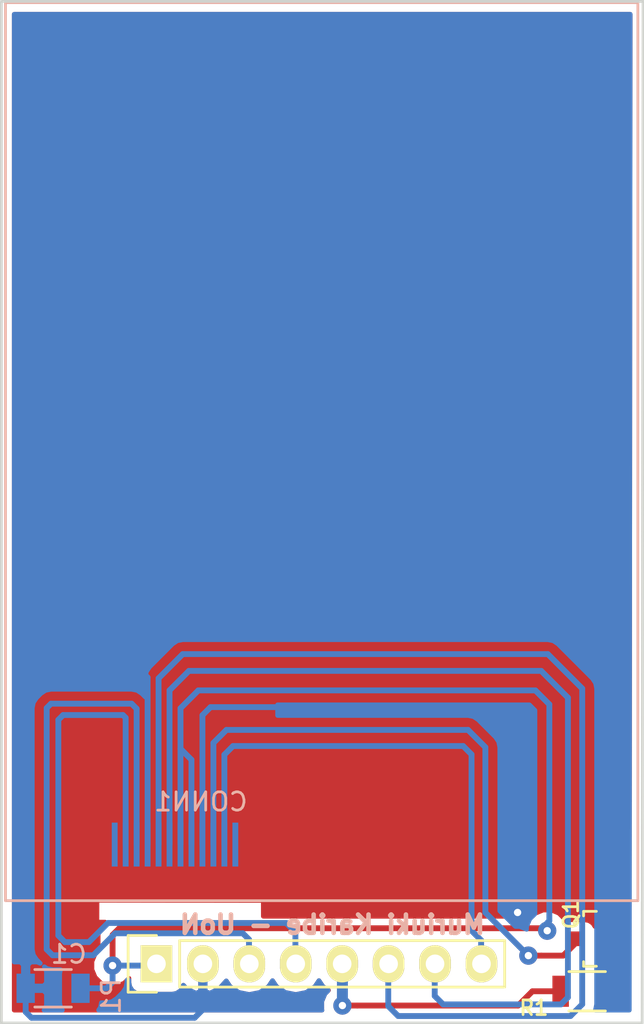
<source format=kicad_pcb>
(kicad_pcb (version 4) (host pcbnew 4.0.7)

  (general
    (links 15)
    (no_connects 0)
    (area 54.788999 69.825799 90.041801 125.805001)
    (thickness 1.6)
    (drawings 5)
    (tracks 111)
    (zones 0)
    (modules 5)
    (nets 11)
  )

  (page User 148.006 210.007)
  (title_block
    (title "Nokia Color TFT LCD")
    (date 2017-01-29)
    (rev 1)
    (company "Discovery Center")
    (comment 1 karibe.co)
    (comment 2 @muriukidavid)
    (comment 3 "Karibe David")
  )

  (layers
    (0 F.Cu signal)
    (31 B.Cu signal)
    (32 B.Adhes user)
    (33 F.Adhes user)
    (34 B.Paste user)
    (35 F.Paste user)
    (36 B.SilkS user)
    (37 F.SilkS user)
    (38 B.Mask user)
    (39 F.Mask user)
    (40 Dwgs.User user)
    (41 Cmts.User user)
    (42 Eco1.User user)
    (43 Eco2.User user)
    (44 Edge.Cuts user)
    (45 Margin user)
    (46 B.CrtYd user)
    (47 F.CrtYd user)
    (48 B.Fab user)
    (49 F.Fab user hide)
  )

  (setup
    (last_trace_width 0.32)
    (trace_clearance 0.2)
    (zone_clearance 0.5)
    (zone_45_only yes)
    (trace_min 0.2)
    (segment_width 0.2)
    (edge_width 0.15)
    (via_size 0.6)
    (via_drill 0.4)
    (via_min_size 0.4)
    (via_min_drill 0.3)
    (uvia_size 0.3)
    (uvia_drill 0.1)
    (uvias_allowed no)
    (uvia_min_size 0.2)
    (uvia_min_drill 0.1)
    (pcb_text_width 0.3)
    (pcb_text_size 1.5 1.5)
    (mod_edge_width 0.15)
    (mod_text_size 1 1)
    (mod_text_width 0.15)
    (pad_size 1.524 1.524)
    (pad_drill 0.762)
    (pad_to_mask_clearance 0.2)
    (aux_axis_origin 0 0)
    (visible_elements FFFFFF7F)
    (pcbplotparams
      (layerselection 0x00000_00000001)
      (usegerberextensions false)
      (excludeedgelayer false)
      (linewidth 0.100000)
      (plotframeref false)
      (viasonmask false)
      (mode 1)
      (useauxorigin false)
      (hpglpennumber 1)
      (hpglpenspeed 20)
      (hpglpendiameter 15)
      (hpglpenoverlay 2)
      (psnegative false)
      (psa4output false)
      (plotreference false)
      (plotvalue true)
      (plotinvisibletext false)
      (padsonsilk true)
      (subtractmaskfromsilk false)
      (outputformat 5)
      (mirror true)
      (drillshape 2)
      (scaleselection 1)
      (outputdirectory mfg/))
  )

  (net 0 "")
  (net 1 VCC)
  (net 2 GND)
  (net 3 RESET)
  (net 4 CE)
  (net 5 MOSI)
  (net 6 CLK)
  (net 7 LED)
  (net 8 LED-)
  (net 9 "Net-(Q1-Pad1)")
  (net 10 5V)

  (net_class Default "This is the default net class."
    (clearance 0.2)
    (trace_width 0.32)
    (via_dia 0.6)
    (via_drill 0.4)
    (uvia_dia 0.3)
    (uvia_drill 0.1)
    (add_net 5V)
    (add_net CE)
    (add_net CLK)
    (add_net GND)
    (add_net LED)
    (add_net LED-)
    (add_net MOSI)
    (add_net "Net-(Q1-Pad1)")
    (add_net RESET)
    (add_net VCC)
  )

  (module Capacitors_SMD:C_1206 (layer B.Cu) (tedit 58CFC20C) (tstamp 588D1F89)
    (at 57.69356 123.83262 180)
    (descr "Capacitor SMD 1206, reflow soldering, AVX (see smccp.pdf)")
    (tags "capacitor 1206")
    (path /588CF578)
    (attr smd)
    (fp_text reference C1 (at -0.85852 1.86436 180) (layer B.SilkS)
      (effects (font (size 1 1) (thickness 0.15)) (justify mirror))
    )
    (fp_text value 0.1 (at -0.13716 -0.07112 180) (layer B.Fab) hide
      (effects (font (size 1 1) (thickness 0.15)) (justify mirror))
    )
    (fp_line (start -2.3 1.15) (end 2.3 1.15) (layer B.CrtYd) (width 0.05))
    (fp_line (start -2.3 -1.15) (end 2.3 -1.15) (layer B.CrtYd) (width 0.05))
    (fp_line (start -2.3 1.15) (end -2.3 -1.15) (layer B.CrtYd) (width 0.05))
    (fp_line (start 2.3 1.15) (end 2.3 -1.15) (layer B.CrtYd) (width 0.05))
    (fp_line (start 1 1.025) (end -1 1.025) (layer B.SilkS) (width 0.15))
    (fp_line (start -1 -1.025) (end 1 -1.025) (layer B.SilkS) (width 0.15))
    (pad 1 smd rect (at -1.5 0 180) (size 1 1.6) (layers B.Cu B.Paste B.Mask)
      (net 1 VCC))
    (pad 2 smd rect (at 1.5 0 180) (size 1 1.6) (layers B.Cu B.Paste B.Mask)
      (net 2 GND))
    (model Capacitors_SMD.3dshapes/C_1206.wrl
      (at (xyz 0 0 0))
      (scale (xyz 1 1 1))
      (rotate (xyz 0 0 0))
    )
  )

  (module Pin_Headers:Pin_Header_Straight_1x08 (layer F.Cu) (tedit 58CA9DEF) (tstamp 588D1FA9)
    (at 63.3476 122.49658 90)
    (descr "Through hole pin header")
    (tags "pin header")
    (path /588CF000)
    (fp_text reference P1 (at -1.77038 -2.4765 90) (layer B.SilkS)
      (effects (font (size 1 1) (thickness 0.15)) (justify mirror))
    )
    (fp_text value CONN_01X08 (at -2.86766 2.71272 360) (layer F.Fab) hide
      (effects (font (size 1 1) (thickness 0.15)))
    )
    (fp_line (start -1.75 -1.75) (end -1.75 19.55) (layer F.CrtYd) (width 0.05))
    (fp_line (start 1.75 -1.75) (end 1.75 19.55) (layer F.CrtYd) (width 0.05))
    (fp_line (start -1.75 -1.75) (end 1.75 -1.75) (layer F.CrtYd) (width 0.05))
    (fp_line (start -1.75 19.55) (end 1.75 19.55) (layer F.CrtYd) (width 0.05))
    (fp_line (start 1.27 1.27) (end 1.27 19.05) (layer F.SilkS) (width 0.15))
    (fp_line (start 1.27 19.05) (end -1.27 19.05) (layer F.SilkS) (width 0.15))
    (fp_line (start -1.27 19.05) (end -1.27 1.27) (layer F.SilkS) (width 0.15))
    (fp_line (start 1.55 -1.55) (end 1.55 0) (layer F.SilkS) (width 0.15))
    (fp_line (start 1.27 1.27) (end -1.27 1.27) (layer F.SilkS) (width 0.15))
    (fp_line (start -1.55 0) (end -1.55 -1.55) (layer F.SilkS) (width 0.15))
    (fp_line (start -1.55 -1.55) (end 1.55 -1.55) (layer F.SilkS) (width 0.15))
    (pad 1 thru_hole rect (at 0 0 90) (size 2.032 1.7272) (drill 1.016) (layers *.Cu *.Mask F.SilkS)
      (net 1 VCC))
    (pad 2 thru_hole oval (at 0 2.54 90) (size 2.032 1.7272) (drill 1.016) (layers *.Cu *.Mask F.SilkS)
      (net 2 GND))
    (pad 3 thru_hole oval (at 0 5.08 90) (size 2.032 1.7272) (drill 1.016) (layers *.Cu *.Mask F.SilkS)
      (net 4 CE))
    (pad 4 thru_hole oval (at 0 7.62 90) (size 2.032 1.7272) (drill 1.016) (layers *.Cu *.Mask F.SilkS)
      (net 3 RESET))
    (pad 5 thru_hole oval (at 0 10.16 90) (size 2.032 1.7272) (drill 1.016) (layers *.Cu *.Mask F.SilkS)
      (net 7 LED))
    (pad 6 thru_hole oval (at 0 12.7 90) (size 2.032 1.7272) (drill 1.016) (layers *.Cu *.Mask F.SilkS)
      (net 5 MOSI))
    (pad 7 thru_hole oval (at 0 15.24 90) (size 2.032 1.7272) (drill 1.016) (layers *.Cu *.Mask F.SilkS)
      (net 6 CLK))
    (pad 8 thru_hole oval (at 0 17.78 90) (size 2.032 1.7272) (drill 1.016) (layers *.Cu *.Mask F.SilkS)
      (net 10 5V))
    (model Pin_Headers.3dshapes/Pin_Header_Straight_1x08.wrl
      (at (xyz 0 -0.35 0))
      (scale (xyz 1 1 1))
      (rotate (xyz 0 0 90))
    )
  )

  (module Connect:Nokia1616_LCD (layer B.Cu) (tedit 58CF5DE1) (tstamp 58CA9C02)
    (at 68.14454 114.77752)
    (path /588CF2E5)
    (fp_text reference CONN1 (at -2.36508 -1.13538) (layer B.SilkS)
      (effects (font (size 1 1) (thickness 0.15)) (justify mirror))
    )
    (fp_text value Nokia1616_LCD (at 0 4.826) (layer B.Fab) hide
      (effects (font (size 1 1) (thickness 0.15)) (justify mirror))
    )
    (fp_line (start -13.0556 -44.8056) (end 21.5392 -44.8056) (layer B.SilkS) (width 0.15))
    (fp_line (start 21.5392 4.2672) (end 21.5392 -44.8056) (layer B.SilkS) (width 0.15))
    (fp_line (start -13.0556 4.2672) (end -13.0556 -44.8056) (layer B.SilkS) (width 0.15))
    (fp_line (start -13.0556 4.2672) (end 21.5392 4.2672) (layer B.SilkS) (width 0.15))
    (pad 1 smd rect (at -7.08148 1.20142) (size 0.319989 2.399995) (layers B.Cu B.Paste B.Mask))
    (pad 2 smd rect (at -6.48148 1.20142) (size 0.319989 2.399995) (layers B.Cu B.Paste B.Mask)
      (net 3 RESET))
    (pad 3 smd rect (at -5.88148 1.20142) (size 0.319989 2.399995) (layers B.Cu B.Paste B.Mask)
      (net 4 CE))
    (pad 4 smd rect (at -5.28148 1.20142) (size 0.319989 2.399995) (layers B.Cu B.Paste B.Mask)
      (net 2 GND))
    (pad 5 smd rect (at -4.68148 1.20142) (size 0.319989 2.399995) (layers B.Cu B.Paste B.Mask)
      (net 5 MOSI))
    (pad 6 smd rect (at -4.08148 1.20142) (size 0.319989 2.399995) (layers B.Cu B.Paste B.Mask)
      (net 6 CLK))
    (pad 7 smd rect (at -3.48148 1.20142) (size 0.319989 2.399995) (layers B.Cu B.Paste B.Mask)
      (net 1 VCC))
    (pad 8 smd rect (at -2.88148 1.20142) (size 0.319989 2.399995) (layers B.Cu B.Paste B.Mask)
      (net 1 VCC))
    (pad 9 smd rect (at -2.28148 1.20142) (size 0.319989 2.399995) (layers B.Cu B.Paste B.Mask)
      (net 2 GND))
    (pad 10 smd rect (at -1.68148 1.20142) (size 0.319989 2.399995) (layers B.Cu B.Paste B.Mask)
      (net 8 LED-))
    (pad 11 smd rect (at -1.08148 1.20142) (size 0.319989 2.399995) (layers B.Cu B.Paste B.Mask)
      (net 10 5V))
    (pad 12 smd rect (at -0.48148 1.20142) (size 0.319989 2.399995) (layers B.Cu B.Paste B.Mask))
  )

  (module TO_SOT_Packages_SMD:SOT-23 (layer F.Cu) (tedit 58CAA08D) (tstamp 58CA9C24)
    (at 87.3633 121.12752 90)
    (descr "SOT-23, Standard")
    (tags SOT-23)
    (path /58C99E38)
    (attr smd)
    (fp_text reference Q1 (at 1.3335 -1.33604 90) (layer F.SilkS)
      (effects (font (size 0.8 0.8) (thickness 0.15)))
    )
    (fp_text value BC547_BEC_123 (at 0 2.3 90) (layer F.Fab)
      (effects (font (size 1 1) (thickness 0.15)))
    )
    (fp_line (start -1.65 -1.6) (end 1.65 -1.6) (layer F.CrtYd) (width 0.05))
    (fp_line (start 1.65 -1.6) (end 1.65 1.6) (layer F.CrtYd) (width 0.05))
    (fp_line (start 1.65 1.6) (end -1.65 1.6) (layer F.CrtYd) (width 0.05))
    (fp_line (start -1.65 1.6) (end -1.65 -1.6) (layer F.CrtYd) (width 0.05))
    (fp_line (start 1.29916 -0.65024) (end 1.2509 -0.65024) (layer F.SilkS) (width 0.15))
    (fp_line (start -1.49982 0.0508) (end -1.49982 -0.65024) (layer F.SilkS) (width 0.15))
    (fp_line (start -1.49982 -0.65024) (end -1.2509 -0.65024) (layer F.SilkS) (width 0.15))
    (fp_line (start 1.29916 -0.65024) (end 1.49982 -0.65024) (layer F.SilkS) (width 0.15))
    (fp_line (start 1.49982 -0.65024) (end 1.49982 0.0508) (layer F.SilkS) (width 0.15))
    (pad 1 smd rect (at -0.95 1.00076 90) (size 0.8001 0.8001) (layers F.Cu F.Paste F.Mask)
      (net 9 "Net-(Q1-Pad1)"))
    (pad 2 smd rect (at 0.95 1.00076 90) (size 0.8001 0.8001) (layers F.Cu F.Paste F.Mask)
      (net 2 GND))
    (pad 3 smd rect (at 0 -0.99822 90) (size 0.8001 0.8001) (layers F.Cu F.Paste F.Mask)
      (net 8 LED-))
    (model TO_SOT_Packages_SMD.3dshapes/SOT-23.wrl
      (at (xyz 0 0 0))
      (scale (xyz 1 1 1))
      (rotate (xyz 0 0 0))
    )
  )

  (module Resistors_SMD:R_1206 (layer F.Cu) (tedit 58CAA098) (tstamp 58CA9C30)
    (at 86.90864 123.99518 180)
    (descr "Resistor SMD 1206, reflow soldering, Vishay (see dcrcw.pdf)")
    (tags "resistor 1206")
    (path /58C9A3B8)
    (attr smd)
    (fp_text reference R1 (at 2.91592 -0.91186 180) (layer F.SilkS)
      (effects (font (size 0.8 0.8) (thickness 0.15)))
    )
    (fp_text value 1K (at 0 2.3 180) (layer F.Fab)
      (effects (font (size 1 1) (thickness 0.15)))
    )
    (fp_line (start -2.2 -1.2) (end 2.2 -1.2) (layer F.CrtYd) (width 0.05))
    (fp_line (start -2.2 1.2) (end 2.2 1.2) (layer F.CrtYd) (width 0.05))
    (fp_line (start -2.2 -1.2) (end -2.2 1.2) (layer F.CrtYd) (width 0.05))
    (fp_line (start 2.2 -1.2) (end 2.2 1.2) (layer F.CrtYd) (width 0.05))
    (fp_line (start 1 1.075) (end -1 1.075) (layer F.SilkS) (width 0.15))
    (fp_line (start -1 -1.075) (end 1 -1.075) (layer F.SilkS) (width 0.15))
    (pad 1 smd rect (at -1.45 0 180) (size 0.9 1.7) (layers F.Cu F.Paste F.Mask)
      (net 9 "Net-(Q1-Pad1)"))
    (pad 2 smd rect (at 1.45 0 180) (size 0.9 1.7) (layers F.Cu F.Paste F.Mask)
      (net 7 LED))
    (model Resistors_SMD.3dshapes/R_1206.wrl
      (at (xyz 0 0 0))
      (scale (xyz 1 1 1))
      (rotate (xyz 0 0 0))
    )
  )

  (gr_text "Muriuki Karibe - UoN" (at 72.97166 120.35282) (layer B.SilkS)
    (effects (font (size 1 1) (thickness 0.25)) (justify mirror))
  )
  (gr_line (start 89.9668 69.9008) (end 89.916 125.73) (layer Edge.Cuts) (width 0.15))
  (gr_line (start 54.864 69.9008) (end 89.9668 69.9008) (layer Edge.Cuts) (width 0.15))
  (gr_line (start 54.864 125.73) (end 54.864 69.9008) (layer Edge.Cuts) (width 0.15))
  (gr_line (start 89.916 125.73) (end 54.864 125.73) (layer Edge.Cuts) (width 0.15))

  (segment (start 60.9473 122.59056) (end 60.9473 120.9167) (width 0.32) (layer F.Cu) (net 1))
  (segment (start 60.9473 120.9167) (end 61.312001 120.551999) (width 0.32) (layer F.Cu) (net 1))
  (segment (start 61.312001 120.551999) (end 84.590679 120.551999) (width 0.32) (layer F.Cu) (net 1))
  (segment (start 84.590679 120.551999) (end 84.72424 120.68556) (width 0.32) (layer F.Cu) (net 1))
  (segment (start 65.26306 115.97894) (end 65.26306 111.344) (width 0.32) (layer B.Cu) (net 1))
  (segment (start 65.26306 111.344) (end 64.66306 110.744) (width 0.32) (layer B.Cu) (net 1))
  (segment (start 64.66306 115.97894) (end 64.66306 110.744) (width 0.32) (layer B.Cu) (net 1))
  (segment (start 64.66306 110.744) (end 64.66306 108.52938) (width 0.32) (layer B.Cu) (net 1))
  (segment (start 65.63868 107.55376) (end 84.07654 107.55376) (width 0.32) (layer B.Cu) (net 1))
  (segment (start 64.66306 108.52938) (end 65.63868 107.55376) (width 0.32) (layer B.Cu) (net 1))
  (segment (start 84.07654 107.55376) (end 84.84108 108.3183) (width 0.32) (layer B.Cu) (net 1))
  (segment (start 84.84108 108.3183) (end 84.84108 120.144456) (width 0.32) (layer B.Cu) (net 1))
  (segment (start 84.84108 120.144456) (end 84.72424 120.261296) (width 0.32) (layer B.Cu) (net 1))
  (segment (start 84.72424 120.261296) (end 84.72424 120.68556) (width 0.32) (layer B.Cu) (net 1))
  (segment (start 59.19356 123.83262) (end 60.6171 123.83262) (width 0.32) (layer B.Cu) (net 1))
  (segment (start 60.6171 123.83262) (end 60.9473 123.50242) (width 0.32) (layer B.Cu) (net 1))
  (segment (start 60.9473 123.50242) (end 60.9473 122.59056) (width 0.32) (layer B.Cu) (net 1))
  (via (at 84.72424 120.68556) (size 1) (drill 0.4) (layers F.Cu B.Cu) (net 1))
  (segment (start 63.32982 122.5931) (end 60.94984 122.5931) (width 0.32) (layer B.Cu) (net 1))
  (segment (start 60.94984 122.5931) (end 60.9473 122.59056) (width 0.32) (layer B.Cu) (net 1))
  (via (at 60.9473 122.59056) (size 1) (drill 0.4) (layers F.Cu B.Cu) (net 1))
  (segment (start 65.86306 115.97894) (end 65.86306 108.90926) (width 0.32) (layer B.Cu) (net 2))
  (segment (start 65.86306 108.90926) (end 66.30416 108.46816) (width 0.32) (layer B.Cu) (net 2))
  (segment (start 66.30416 108.46816) (end 81.0641 108.46816) (width 0.32) (layer B.Cu) (net 2))
  (segment (start 83.10372 110.50778) (end 83.10372 119.265616) (width 0.32) (layer B.Cu) (net 2))
  (segment (start 81.0641 108.46816) (end 83.10372 110.50778) (width 0.32) (layer B.Cu) (net 2))
  (segment (start 83.10372 119.265616) (end 83.10372 119.68988) (width 0.32) (layer B.Cu) (net 2))
  (segment (start 62.86306 115.97894) (end 62.86306 106.84226) (width 0.32) (layer B.Cu) (net 2))
  (segment (start 62.86306 106.84226) (end 62.41632 106.39552) (width 0.32) (layer B.Cu) (net 2))
  (segment (start 62.41632 106.39552) (end 57.0103 106.39552) (width 0.32) (layer B.Cu) (net 2))
  (segment (start 57.0103 106.39552) (end 56.19356 107.21226) (width 0.32) (layer B.Cu) (net 2))
  (segment (start 56.19356 107.21226) (end 56.19356 123.83262) (width 0.32) (layer B.Cu) (net 2))
  (segment (start 56.19356 123.83262) (end 56.19356 125.12662) (width 0.32) (layer B.Cu) (net 2))
  (segment (start 56.19356 125.12662) (end 56.51246 125.44552) (width 0.32) (layer B.Cu) (net 2))
  (segment (start 65.86982 122.5931) (end 65.86982 125.01118) (width 0.32) (layer B.Cu) (net 2))
  (segment (start 65.86982 125.01118) (end 65.43548 125.44552) (width 0.32) (layer B.Cu) (net 2))
  (segment (start 65.43548 125.44552) (end 56.51246 125.44552) (width 0.32) (layer B.Cu) (net 2))
  (segment (start 82.803721 119.389881) (end 83.10372 119.68988) (width 0.32) (layer F.Cu) (net 2))
  (segment (start 82.67954 119.2657) (end 82.803721 119.389881) (width 0.32) (layer F.Cu) (net 2))
  (segment (start 82.67954 117.54866) (end 82.67954 119.2657) (width 0.32) (layer F.Cu) (net 2))
  (via (at 83.10372 119.68988) (size 1) (drill 0.4) (layers F.Cu B.Cu) (net 2))
  (segment (start 61.66306 115.97894) (end 61.66306 109.0493) (width 0.32) (layer B.Cu) (net 3))
  (segment (start 61.66306 109.0493) (end 61.51372 108.89996) (width 0.32) (layer B.Cu) (net 3))
  (segment (start 70.94982 122.5931) (end 70.94982 120.76684) (width 0.32) (layer B.Cu) (net 3))
  (segment (start 57.98058 109.16158) (end 58.2422 108.89996) (width 0.32) (layer B.Cu) (net 3))
  (segment (start 58.2422 108.89996) (end 61.51372 108.89996) (width 0.32) (layer B.Cu) (net 3))
  (segment (start 70.94982 120.76684) (end 70.4469 120.26392) (width 0.32) (layer B.Cu) (net 3))
  (segment (start 70.4469 120.26392) (end 60.6933 120.26392) (width 0.32) (layer B.Cu) (net 3))
  (segment (start 60.6933 120.26392) (end 59.64936 121.30786) (width 0.32) (layer B.Cu) (net 3))
  (segment (start 59.64936 121.30786) (end 58.33872 121.30786) (width 0.32) (layer B.Cu) (net 3))
  (segment (start 58.33872 121.30786) (end 57.98058 120.94972) (width 0.32) (layer B.Cu) (net 3))
  (segment (start 57.98058 120.94972) (end 57.98058 109.16158) (width 0.32) (layer B.Cu) (net 3))
  (segment (start 62.26306 115.97894) (end 62.26306 108.55456) (width 0.32) (layer B.Cu) (net 4))
  (segment (start 62.26306 108.55456) (end 61.9887 108.2802) (width 0.32) (layer B.Cu) (net 4))
  (segment (start 68.40982 121.16562) (end 68.40982 122.5931) (width 0.32) (layer B.Cu) (net 4))
  (segment (start 61.9887 108.2802) (end 57.57926 108.2802) (width 0.32) (layer B.Cu) (net 4))
  (segment (start 57.57926 108.2802) (end 57.34304 108.51642) (width 0.32) (layer B.Cu) (net 4))
  (segment (start 57.34304 108.51642) (end 57.34304 121.70664) (width 0.32) (layer B.Cu) (net 4))
  (segment (start 57.34304 121.70664) (end 57.66308 122.02668) (width 0.32) (layer B.Cu) (net 4))
  (segment (start 59.8932 122.02668) (end 61.09208 120.8278) (width 0.32) (layer B.Cu) (net 4))
  (segment (start 57.66308 122.02668) (end 59.8932 122.02668) (width 0.32) (layer B.Cu) (net 4))
  (segment (start 68.072 120.8278) (end 68.40982 121.16562) (width 0.32) (layer B.Cu) (net 4))
  (segment (start 61.09208 120.8278) (end 68.072 120.8278) (width 0.32) (layer B.Cu) (net 4))
  (segment (start 63.46306 115.97894) (end 63.46306 106.8922) (width 0.32) (layer B.Cu) (net 5))
  (segment (start 63.46306 106.8922) (end 64.78524 105.57002) (width 0.32) (layer B.Cu) (net 5))
  (segment (start 64.78524 105.57002) (end 84.75726 105.57002) (width 0.32) (layer B.Cu) (net 5))
  (segment (start 84.75726 105.57002) (end 86.6394 107.45216) (width 0.32) (layer B.Cu) (net 5))
  (segment (start 86.6394 107.45216) (end 86.6394 124.70638) (width 0.32) (layer B.Cu) (net 5))
  (segment (start 86.6394 124.70638) (end 85.99678 125.349) (width 0.32) (layer B.Cu) (net 5))
  (segment (start 85.99678 125.349) (end 76.57084 125.349) (width 0.32) (layer B.Cu) (net 5))
  (segment (start 76.57084 125.349) (end 76.02982 124.80798) (width 0.32) (layer B.Cu) (net 5))
  (segment (start 76.02982 124.80798) (end 76.02982 122.5931) (width 0.32) (layer B.Cu) (net 5))
  (segment (start 64.06306 115.97894) (end 64.06306 107.5495) (width 0.32) (layer B.Cu) (net 6))
  (segment (start 64.06306 107.5495) (end 65.1256 106.48696) (width 0.32) (layer B.Cu) (net 6))
  (segment (start 65.1256 106.48696) (end 84.39404 106.48696) (width 0.32) (layer B.Cu) (net 6))
  (segment (start 84.39404 106.48696) (end 85.85708 107.95) (width 0.32) (layer B.Cu) (net 6))
  (segment (start 85.85708 107.95) (end 85.85708 124.32792) (width 0.32) (layer B.Cu) (net 6))
  (segment (start 85.85708 124.32792) (end 85.471 124.714) (width 0.32) (layer B.Cu) (net 6))
  (segment (start 85.471 124.714) (end 79.0321 124.714) (width 0.32) (layer B.Cu) (net 6))
  (segment (start 79.0321 124.714) (end 78.56982 124.25172) (width 0.32) (layer B.Cu) (net 6))
  (segment (start 78.56982 124.25172) (end 78.56982 122.5931) (width 0.32) (layer B.Cu) (net 6))
  (segment (start 73.5203 124.77496) (end 73.5203 122.50928) (width 0.6) (layer B.Cu) (net 7))
  (segment (start 73.5203 122.50928) (end 73.5076 122.49658) (width 0.6) (layer B.Cu) (net 7))
  (segment (start 73.5203 124.77496) (end 73.5203 122.62358) (width 0.32) (layer B.Cu) (net 7))
  (segment (start 73.5203 122.62358) (end 73.48982 122.5931) (width 0.32) (layer B.Cu) (net 7))
  (segment (start 74.33568 124.77496) (end 73.5203 124.77496) (width 0.32) (layer F.Cu) (net 7))
  (via (at 73.5203 124.77496) (size 1) (drill 0.4) (layers F.Cu B.Cu) (net 7))
  (segment (start 83.1342 124.77496) (end 83.91398 123.99518) (width 0.32) (layer F.Cu) (net 7))
  (segment (start 83.91398 123.99518) (end 85.45864 123.99518) (width 0.32) (layer F.Cu) (net 7))
  (segment (start 74.33568 124.77496) (end 83.1342 124.77496) (width 0.32) (layer F.Cu) (net 7))
  (segment (start 86.36508 121.12752) (end 86.36508 121.27992) (width 0.32) (layer F.Cu) (net 8))
  (segment (start 86.36508 121.27992) (end 85.598002 122.046998) (width 0.32) (layer F.Cu) (net 8))
  (segment (start 85.598002 122.046998) (end 84.400106 122.046998) (width 0.32) (layer F.Cu) (net 8))
  (segment (start 84.400106 122.046998) (end 83.693 122.046998) (width 0.32) (layer F.Cu) (net 8))
  (segment (start 83.193001 121.546999) (end 83.693 122.046998) (width 0.32) (layer B.Cu) (net 8))
  (segment (start 81.34096 110.66018) (end 81.34096 119.694958) (width 0.32) (layer B.Cu) (net 8))
  (segment (start 80.39354 109.71276) (end 81.34096 110.66018) (width 0.32) (layer B.Cu) (net 8))
  (segment (start 67.17538 109.71276) (end 80.39354 109.71276) (width 0.32) (layer B.Cu) (net 8))
  (segment (start 66.46306 110.42508) (end 67.17538 109.71276) (width 0.32) (layer B.Cu) (net 8))
  (segment (start 66.46306 115.97894) (end 66.46306 110.42508) (width 0.32) (layer B.Cu) (net 8))
  (segment (start 81.34096 119.694958) (end 83.193001 121.546999) (width 0.32) (layer B.Cu) (net 8))
  (via (at 83.693 122.046998) (size 1) (drill 0.4) (layers F.Cu B.Cu) (net 8))
  (segment (start 88.36406 122.07752) (end 88.36406 123.98976) (width 0.32) (layer F.Cu) (net 9))
  (segment (start 88.36406 123.98976) (end 88.35864 123.99518) (width 0.32) (layer F.Cu) (net 9))
  (segment (start 67.06306 115.97894) (end 67.06306 111.06714) (width 0.32) (layer B.Cu) (net 10))
  (segment (start 67.53606 110.59414) (end 80.12684 110.59414) (width 0.32) (layer B.Cu) (net 10))
  (segment (start 67.06306 111.06714) (end 67.53606 110.59414) (width 0.32) (layer B.Cu) (net 10))
  (segment (start 80.12684 110.59414) (end 80.58404 111.05134) (width 0.32) (layer B.Cu) (net 10))
  (segment (start 80.58404 111.05134) (end 80.58404 120.68302) (width 0.32) (layer B.Cu) (net 10))
  (segment (start 80.58404 120.68302) (end 81.10982 121.2088) (width 0.32) (layer B.Cu) (net 10))
  (segment (start 81.10982 121.2088) (end 81.10982 122.5931) (width 0.32) (layer B.Cu) (net 10))

  (zone (net 0) (net_name "") (layer F.Cu) (tstamp 0) (hatch full 0.508)
    (connect_pads (clearance 0.5))
    (min_thickness 0.254)
    (keepout (tracks not_allowed) (vias not_allowed) (copperpour not_allowed))
    (fill yes (arc_segments 16) (thermal_gap 0.508) (thermal_bridge_width 0.508))
    (polygon
      (pts
        (xy 60.2234 119.153036) (xy 69.06514 119.160656) (xy 69.06768 120.092836) (xy 60.22086 120.087756)
      )
    )
  )
  (zone (net 0) (net_name "") (layer B.Cu) (tstamp 58CF56EE) (hatch full 0.508)
    (connect_pads (clearance 0.5))
    (min_thickness 0.254)
    (keepout (tracks not_allowed) (vias not_allowed) (copperpour not_allowed))
    (fill yes (arc_segments 16) (thermal_gap 0.508) (thermal_bridge_width 0.508))
    (polygon
      (pts
        (xy 60.22594 119.154733) (xy 69.06768 119.162353) (xy 69.0626 120.091993) (xy 60.2234 120.089453)
      )
    )
  )
  (zone (net 2) (net_name GND) (layer F.Cu) (tstamp 0) (hatch full 0.508)
    (connect_pads (clearance 0.5))
    (min_thickness 0.254)
    (fill yes (arc_segments 16) (thermal_gap 0.508) (thermal_bridge_width 0.508))
    (polygon
      (pts
        (xy 54.9148 69.9262) (xy 89.9414 69.9262) (xy 89.8906 125.7046) (xy 54.8894 125.7046)
      )
    )
    (filled_polygon
      (pts
        (xy 89.219818 119.335153) (xy 89.123809 119.239143) (xy 88.89042 119.14247) (xy 88.64981 119.14247) (xy 88.49106 119.30122)
        (xy 88.49106 120.05052) (xy 88.51106 120.05052) (xy 88.51106 120.30452) (xy 88.49106 120.30452) (xy 88.49106 120.32452)
        (xy 88.23706 120.32452) (xy 88.23706 120.30452) (xy 87.48776 120.30452) (xy 87.335818 120.456462) (xy 87.223373 120.281717)
        (xy 87.013847 120.138553) (xy 86.76513 120.088187) (xy 85.96503 120.088187) (xy 85.732678 120.131907) (xy 85.718627 120.140949)
        (xy 85.680221 120.048) (xy 85.363468 119.730693) (xy 85.171934 119.651161) (xy 87.32901 119.651161) (xy 87.32901 119.89177)
        (xy 87.48776 120.05052) (xy 88.23706 120.05052) (xy 88.23706 119.30122) (xy 88.07831 119.14247) (xy 87.8377 119.14247)
        (xy 87.604311 119.239143) (xy 87.425683 119.417772) (xy 87.32901 119.651161) (xy 85.171934 119.651161) (xy 84.949398 119.558756)
        (xy 84.501049 119.558365) (xy 84.08668 119.729579) (xy 83.917403 119.89856) (xy 69.194152 119.89856) (xy 69.19214 119.16031)
        (xy 69.183494 119.114599) (xy 69.156251 119.072181) (xy 69.114651 119.043704) (xy 69.065249 119.033656) (xy 60.223509 119.026036)
        (xy 60.177563 119.034596) (xy 60.135094 119.061761) (xy 60.106541 119.103308) (xy 60.0964 119.152691) (xy 60.09386 120.087411)
        (xy 60.102519 120.133847) (xy 60.129775 120.176257) (xy 60.171383 120.204722) (xy 60.220787 120.214756) (xy 60.536077 120.214937)
        (xy 60.390807 120.360207) (xy 60.220207 120.615528) (xy 60.1603 120.9167) (xy 60.1603 121.783758) (xy 59.992433 121.951332)
        (xy 59.820496 122.365402) (xy 59.820105 122.813751) (xy 59.991319 123.22812) (xy 60.308072 123.545427) (xy 60.722142 123.717364)
        (xy 61.170491 123.717755) (xy 61.58486 123.546541) (xy 61.844717 123.287138) (xy 61.844717 123.51258) (xy 61.888437 123.744932)
        (xy 62.025757 123.958333) (xy 62.235283 124.101497) (xy 62.484 124.151863) (xy 64.2112 124.151863) (xy 64.443552 124.108143)
        (xy 64.656953 123.970823) (xy 64.800117 123.761297) (xy 64.820182 123.66221) (xy 64.985564 123.847312) (xy 65.512809 124.101289)
        (xy 65.528574 124.103938) (xy 65.7606 123.982797) (xy 65.7606 122.62358) (xy 65.7406 122.62358) (xy 65.7406 122.36958)
        (xy 65.7606 122.36958) (xy 65.7606 122.34958) (xy 66.0146 122.34958) (xy 66.0146 122.36958) (xy 66.0346 122.36958)
        (xy 66.0346 122.62358) (xy 66.0146 122.62358) (xy 66.0146 123.982797) (xy 66.246626 124.103938) (xy 66.262391 124.101289)
        (xy 66.789636 123.847312) (xy 67.166598 123.425401) (xy 67.373587 123.735181) (xy 67.857172 124.058303) (xy 68.4276 124.171768)
        (xy 68.998028 124.058303) (xy 69.481613 123.735181) (xy 69.6976 123.411934) (xy 69.913587 123.735181) (xy 70.397172 124.058303)
        (xy 70.9676 124.171768) (xy 71.538028 124.058303) (xy 72.021613 123.735181) (xy 72.2376 123.411934) (xy 72.453587 123.735181)
        (xy 72.760951 123.940555) (xy 72.565433 124.135732) (xy 72.393496 124.549802) (xy 72.393105 124.998151) (xy 72.405438 125.028)
        (xy 55.566 125.028) (xy 55.566 70.6028) (xy 89.264161 70.6028)
      )
    )
  )
  (zone (net 2) (net_name GND) (layer B.Cu) (tstamp 58CF57A5) (hatch full 0.508)
    (connect_pads (clearance 0.5))
    (min_thickness 0.254)
    (fill yes (arc_segments 16) (thermal_gap 0.508) (thermal_bridge_width 0.508))
    (polygon
      (pts
        (xy 54.9148 69.9262) (xy 89.9414 69.9262) (xy 89.8906 125.7046) (xy 54.8894 125.7046)
      )
    )
    (filled_polygon
      (pts
        (xy 89.214638 125.028) (xy 87.35283 125.028) (xy 87.366493 125.007552) (xy 87.4264 124.70638) (xy 87.4264 107.45216)
        (xy 87.366493 107.150988) (xy 87.195893 106.895667) (xy 85.313753 105.013527) (xy 85.058432 104.842927) (xy 84.75726 104.78302)
        (xy 64.78524 104.78302) (xy 64.484068 104.842927) (xy 64.228747 105.013527) (xy 62.971187 106.271087) (xy 62.800587 106.526408)
        (xy 62.74068 106.82758) (xy 62.74068 107.919194) (xy 62.545193 107.723707) (xy 62.289872 107.553107) (xy 61.9887 107.4932)
        (xy 57.57926 107.4932) (xy 57.278088 107.553107) (xy 57.091532 107.67776) (xy 57.022767 107.723707) (xy 56.786547 107.959927)
        (xy 56.615947 108.215248) (xy 56.55604 108.51642) (xy 56.55604 121.70664) (xy 56.615947 122.007812) (xy 56.786547 122.263133)
        (xy 56.992569 122.469155) (xy 56.819869 122.39762) (xy 56.47931 122.39762) (xy 56.32056 122.55637) (xy 56.32056 123.70562)
        (xy 57.16981 123.70562) (xy 57.32856 123.54687) (xy 57.32856 122.90631) (xy 57.231887 122.672921) (xy 57.213729 122.654763)
        (xy 57.361908 122.753773) (xy 57.66308 122.81368) (xy 58.098613 122.81368) (xy 58.054277 123.03262) (xy 58.054277 124.63262)
        (xy 58.097997 124.864972) (xy 58.202903 125.028) (xy 57.196206 125.028) (xy 57.231887 124.992319) (xy 57.32856 124.75893)
        (xy 57.32856 124.11837) (xy 57.16981 123.95962) (xy 56.32056 123.95962) (xy 56.32056 123.97962) (xy 56.06656 123.97962)
        (xy 56.06656 123.95962) (xy 56.04656 123.95962) (xy 56.04656 123.70562) (xy 56.06656 123.70562) (xy 56.06656 122.55637)
        (xy 55.90781 122.39762) (xy 55.567251 122.39762) (xy 55.566 122.398138) (xy 55.566 70.6028) (xy 89.264161 70.6028)
      )
    )
    (filled_polygon
      (pts
        (xy 66.0146 122.36958) (xy 66.0346 122.36958) (xy 66.0346 122.62358) (xy 66.0146 122.62358) (xy 66.0146 123.982797)
        (xy 66.246626 124.103938) (xy 66.262391 124.101289) (xy 66.789636 123.847312) (xy 67.166598 123.425401) (xy 67.373587 123.735181)
        (xy 67.857172 124.058303) (xy 68.4276 124.171768) (xy 68.998028 124.058303) (xy 69.481613 123.735181) (xy 69.6976 123.411934)
        (xy 69.913587 123.735181) (xy 70.397172 124.058303) (xy 70.9676 124.171768) (xy 71.538028 124.058303) (xy 72.021613 123.735181)
        (xy 72.2376 123.411934) (xy 72.453587 123.735181) (xy 72.7333 123.92208) (xy 72.7333 123.968158) (xy 72.565433 124.135732)
        (xy 72.393496 124.549802) (xy 72.393105 124.998151) (xy 72.405438 125.028) (xy 60.182266 125.028) (xy 60.282477 124.881337)
        (xy 60.332843 124.63262) (xy 60.332843 124.61962) (xy 60.6171 124.61962) (xy 60.918272 124.559713) (xy 61.173593 124.389113)
        (xy 61.503793 124.058913) (xy 61.674393 123.803592) (xy 61.7343 123.50242) (xy 61.7343 123.397362) (xy 61.751592 123.3801)
        (xy 61.844717 123.3801) (xy 61.844717 123.51258) (xy 61.888437 123.744932) (xy 62.025757 123.958333) (xy 62.235283 124.101497)
        (xy 62.484 124.151863) (xy 64.2112 124.151863) (xy 64.443552 124.108143) (xy 64.656953 123.970823) (xy 64.800117 123.761297)
        (xy 64.820182 123.66221) (xy 64.985564 123.847312) (xy 65.512809 124.101289) (xy 65.528574 124.103938) (xy 65.7606 123.982797)
        (xy 65.7606 122.62358) (xy 65.7406 122.62358) (xy 65.7406 122.36958) (xy 65.7606 122.36958) (xy 65.7606 122.34958)
        (xy 66.0146 122.34958)
      )
    )
    (filled_polygon
      (pts
        (xy 84.05408 108.644286) (xy 84.05408 119.762122) (xy 83.769373 120.046332) (xy 83.597436 120.460402) (xy 83.597303 120.61257)
        (xy 83.220324 120.456034) (xy 82.981139 120.455825) (xy 82.12796 119.602646) (xy 82.12796 110.66018) (xy 82.068053 110.359008)
        (xy 81.897453 110.103687) (xy 80.950033 109.156267) (xy 80.694712 108.985667) (xy 80.39354 108.92576) (xy 69.97446 108.92576)
        (xy 69.97446 108.34076) (xy 83.750554 108.34076)
      )
    )
  )
  (zone (net 0) (net_name "") (layer B.Cu) (tstamp 0) (hatch full 0.508)
    (connect_pads (clearance 0.5))
    (min_thickness 0.254)
    (keepout (tracks not_allowed) (vias not_allowed) (copperpour not_allowed))
    (fill yes (arc_segments 16) (thermal_gap 0.508) (thermal_bridge_width 0.508))
    (polygon
      (pts
        (xy 64.15278 107.48518) (xy 69.84746 107.48518) (xy 69.84746 115.14074) (xy 64.2747 115.14074)
      )
    )
  )
)

</source>
